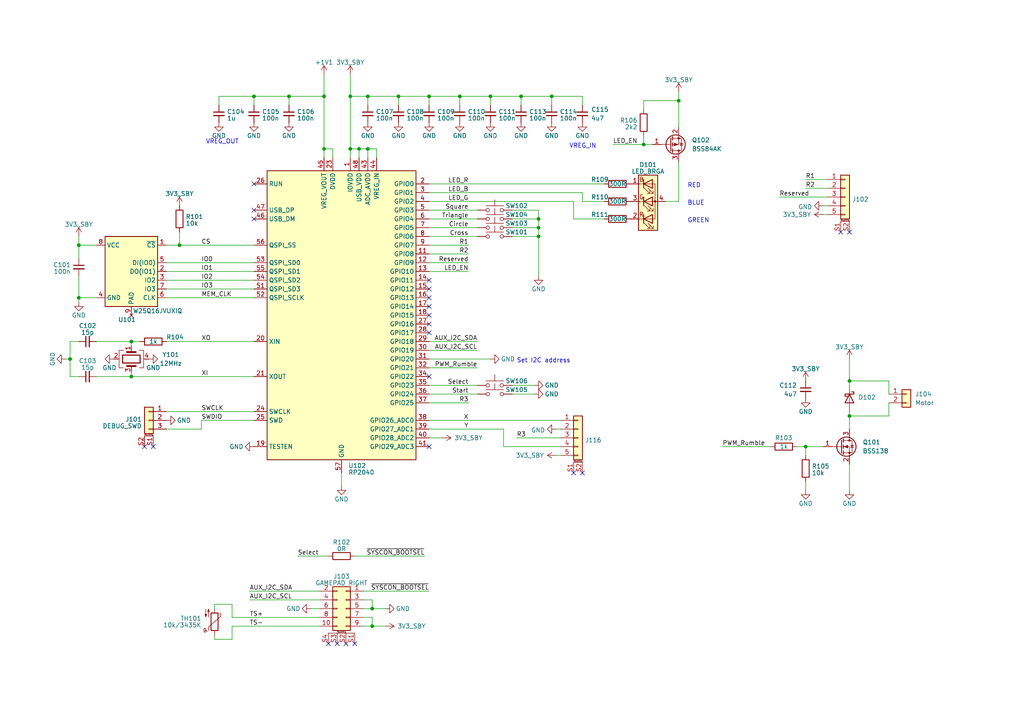
<source format=kicad_sch>
(kicad_sch (version 20230121) (generator eeschema)
  (paper "A4")
  (lib_symbols
    (symbol "Connector_Generic:Conn_01x02" (pin_names (offset 1.016) hide)
      (property "Reference" "J" (at 0 2.54 0))
      (property "Value" "Conn_01x02" (at 0 -5.08 0))
      (symbol "Conn_01x02_1_1"
        (pin passive line (at -5.08 0 0) (length 3.81) (name "Pin_1") (number "1"))
        (pin passive line (at -5.08 -2.54 0) (length 3.81) (name "Pin_2") (number "2"))
      )
    )
    (symbol "Device:LED_BRGA" (pin_names (offset 0) hide)
      (property "Reference" "D" (at 0 9.398 0))
      (property "Value" "LED_BRGA" (at 0 -8.89 0))
      (symbol "LED_BRGA_0_0"
        (text "B" (at -1.905 -6.35 0) (effects (font (size 1.27 1.27))))
        (text "G" (at -1.905 -1.27 0) (effects (font (size 1.27 1.27))))
        (text "R" (at -1.905 3.81 0) (effects (font (size 1.27 1.27))))
      )
      (symbol "LED_BRGA_1_1"
        (pin passive line (at -5.08 -5.08 0) (length 2.54) (name "BK") (number "1"))
        (pin passive line (at -5.08 5.08 0) (length 2.54) (name "RK") (number "2"))
        (pin passive line (at -5.08 0 0) (length 2.54) (name "GK") (number "3"))
        (pin passive line (at 5.08 0 180) (length 2.54) (name "A") (number "4"))
      )
    )
    (symbol "Device:Thermistor_NTC" (pin_numbers hide) (pin_names (offset 0))
      (property "Reference" "TH" (at -4.445 0 90))
      (property "Value" "Thermistor_NTC" (at 3.175 0 90))
      (symbol "Thermistor_NTC_1_1"
        (pin passive line (at 0 3.81 270) (length 1.27) (name "~") (number "1"))
        (pin passive line (at 0 -3.81 90) (length 1.27) (name "~") (number "2"))
      )
    )
    (symbol "PS2:3V5_SBY" (power) (pin_names (offset 0))
      (property "Value" "3V3_SBY" (at 0 3.556 0))
      (symbol "3V5_SBY_1_1"
        (pin power_in line (at 0 0 90) (length 0) hide (name "3V3_SBY") (number "1"))
      )
    )
    (symbol "PS2:BSS138-TP" (pin_names hide)
      (property "Reference" "Q" (at 5.08 1.905 0))
      (property "Value" "BSS138" (at 5.08 0 0))
      (symbol "BSS138-TP_1_1"
        (pin input line (at -5.08 0 0) (length 2.54) (name "G") (number "1"))
        (pin passive line (at 2.54 -5.08 90) (length 2.54) (name "S") (number "2"))
        (pin passive line (at 2.54 5.08 270) (length 2.54) (name "D") (number "3"))
      )
    )
    (symbol "PS2:BSS84AK" (pin_names hide)
      (property "Reference" "Q" (at 5.08 1.905 0))
      (property "Value" "BSS84AK" (at 5.08 0 0))
      (symbol "BSS84AK_1_1"
        (pin input line (at -5.08 0 0) (length 2.54) (name "G") (number "1"))
        (pin passive line (at 2.54 -5.08 90) (length 2.54) (name "S") (number "2"))
        (pin passive line (at 2.54 5.08 270) (length 2.54) (name "D") (number "3"))
      )
    )
    (symbol "PS2:Crystal_GND24" (pin_names (offset 1.016) hide)
      (property "Reference" "Y" (at 3.175 5.08 0))
      (property "Value" "Crystal_GND24" (at 3.175 3.175 0))
      (symbol "Crystal_GND24_1_1"
        (pin passive line (at -3.81 0 0) (length 1.27) (name "1") (number "1"))
        (pin passive line (at 0 5.08 270) (length 1.27) (name "2") (number "2"))
        (pin passive line (at 3.81 0 180) (length 1.27) (name "3") (number "3"))
        (pin passive line (at 0 -5.08 90) (length 1.27) (name "4") (number "4"))
      )
    )
    (symbol "PS2:DF40C-10DP-0.4V" (pin_names (offset 1.016) hide)
      (property "Reference" "J" (at 1.27 7.62 0))
      (property "Value" "DF40C-10DP" (at 6.35 -7.62 0))
      (symbol "DF40C-10DP-0.4V_1_1"
        (text "Mounting" (at 1.27 -6.731 0) (effects (font (size 0.381 0.381))))
        (pin passive line (at -5.08 5.08 0) (length 3.81) (name "Pin_1") (number "1"))
        (pin passive line (at 7.62 -5.08 180) (length 3.81) (name "Pin_10") (number "10"))
        (pin passive line (at 7.62 5.08 180) (length 3.81) (name "Pin_2") (number "2"))
        (pin passive line (at -5.08 2.54 0) (length 3.81) (name "Pin_3") (number "3"))
        (pin passive line (at 7.62 2.54 180) (length 3.81) (name "Pin_4") (number "4"))
        (pin passive line (at -5.08 0 0) (length 3.81) (name "Pin_5") (number "5"))
        (pin passive line (at 7.62 0 180) (length 3.81) (name "Pin_6") (number "6"))
        (pin passive line (at -5.08 -2.54 0) (length 3.81) (name "Pin_7") (number "7"))
        (pin passive line (at 7.62 -2.54 180) (length 3.81) (name "Pin_8") (number "8"))
        (pin passive line (at -5.08 -5.08 0) (length 3.81) (name "Pin_9") (number "9"))
        (pin passive line (at -2.54 -10.16 90) (length 3.048) (name "MountPin") (number "S1"))
        (pin passive line (at 0 -10.16 90) (length 3.048) (name "MountPin") (number "S2"))
        (pin passive line (at 2.54 -10.16 90) (length 3.048) (name "MountPin") (number "S3"))
        (pin passive line (at 5.08 -10.16 90) (length 3.048) (name "MountPin") (number "S4"))
      )
    )
    (symbol "PS2:Molex_5034800540_FFC_5Pin" (pin_names (offset 1.016) hide)
      (property "Reference" "J" (at 0 7.62 0))
      (property "Value" "Molex_5034800540_FFC_5Pin" (at 1.905 0 0))
      (symbol "Molex_5034800540_FFC_5Pin_1_1"
        (text "Mounting" (at 0 -6.731 0) (effects (font (size 0.381 0.381))))
        (pin passive line (at -5.08 5.08 0) (length 3.81) (name "Pin_1") (number "1"))
        (pin passive line (at -5.08 2.54 0) (length 3.81) (name "Pin_2") (number "2"))
        (pin passive line (at -5.08 0 0) (length 3.81) (name "Pin_3") (number "3"))
        (pin passive line (at -5.08 -2.54 0) (length 3.81) (name "Pin_4") (number "4"))
        (pin passive line (at -5.08 -5.08 0) (length 3.81) (name "Pin_5") (number "5"))
        (pin passive line (at -1.27 -10.16 90) (length 3.048) (name "MountPin") (number "S1"))
        (pin passive line (at 1.27 -10.16 90) (length 3.048) (name "MountPin") (number "S2"))
      )
    )
    (symbol "PS2:NSR0240P2" (pin_numbers hide) (pin_names (offset 1.016) hide)
      (property "Reference" "D" (at 0 2.54 0))
      (symbol "NSR0240P2_1_1"
        (pin passive line (at -3.81 0 0) (length 2.54) (name "K") (number "1"))
        (pin passive line (at 3.81 0 180) (length 2.54) (name "A") (number "2"))
      )
    )
    (symbol "PS2:RP2040"
      (property "Reference" "U" (at 17.78 45.72 0))
      (property "Value" "RP2040" (at 17.78 43.18 0))
      (property "Part Number" "RP2040" (at 0 0 0))
      (symbol "RP2040_1_1"
        (pin power_in line (at 2.54 45.72 270) (length 3.81) (name "IOVDD") (number "1"))
        (pin passive line (at 2.54 45.72 270) (length 3.81) hide (name "IOVDD") (number "10"))
        (pin bidirectional line (at 25.4 17.78 180) (length 3.81) (name "GPIO8") (number "11"))
        (pin bidirectional line (at 25.4 15.24 180) (length 3.81) (name "GPIO9") (number "12"))
        (pin bidirectional line (at 25.4 12.7 180) (length 3.81) (name "GPIO10") (number "13"))
        (pin bidirectional line (at 25.4 10.16 180) (length 3.81) (name "GPIO11") (number "14"))
        (pin bidirectional line (at 25.4 7.62 180) (length 3.81) (name "GPIO12") (number "15"))
        (pin bidirectional line (at 25.4 5.08 180) (length 3.81) (name "GPIO13") (number "16"))
        (pin bidirectional line (at 25.4 2.54 180) (length 3.81) (name "GPIO14") (number "17"))
        (pin bidirectional line (at 25.4 0 180) (length 3.81) (name "GPIO15") (number "18"))
        (pin input line (at -25.4 -38.1 0) (length 3.81) (name "TESTEN") (number "19"))
        (pin bidirectional line (at 25.4 38.1 180) (length 3.81) (name "GPIO0") (number "2"))
        (pin input line (at -25.4 -7.62 0) (length 3.81) (name "XIN") (number "20"))
        (pin passive line (at -25.4 -17.78 0) (length 3.81) (name "XOUT") (number "21"))
        (pin passive line (at 2.54 45.72 270) (length 3.81) hide (name "IOVDD") (number "22"))
        (pin power_in line (at -2.54 45.72 270) (length 3.81) (name "DVDD") (number "23"))
        (pin output line (at -25.4 -27.94 0) (length 3.81) (name "SWCLK") (number "24"))
        (pin bidirectional line (at -25.4 -30.48 0) (length 3.81) (name "SWD") (number "25"))
        (pin input line (at -25.4 38.1 0) (length 3.81) (name "RUN") (number "26"))
        (pin bidirectional line (at 25.4 -2.54 180) (length 3.81) (name "GPIO16") (number "27"))
        (pin bidirectional line (at 25.4 -5.08 180) (length 3.81) (name "GPIO17") (number "28"))
        (pin bidirectional line (at 25.4 -7.62 180) (length 3.81) (name "GPIO18") (number "29"))
        (pin bidirectional line (at 25.4 35.56 180) (length 3.81) (name "GPIO1") (number "3"))
        (pin bidirectional line (at 25.4 -10.16 180) (length 3.81) (name "GPIO19") (number "30"))
        (pin bidirectional line (at 25.4 -12.7 180) (length 3.81) (name "GPIO20") (number "31"))
        (pin bidirectional line (at 25.4 -15.24 180) (length 3.81) (name "GPIO21") (number "32"))
        (pin passive line (at 2.54 45.72 270) (length 3.81) hide (name "IOVDD") (number "33"))
        (pin bidirectional line (at 25.4 -17.78 180) (length 3.81) (name "GPIO22") (number "34"))
        (pin bidirectional line (at 25.4 -20.32 180) (length 3.81) (name "GPIO23") (number "35"))
        (pin bidirectional line (at 25.4 -22.86 180) (length 3.81) (name "GPIO24") (number "36"))
        (pin bidirectional line (at 25.4 -25.4 180) (length 3.81) (name "GPIO25") (number "37"))
        (pin bidirectional line (at 25.4 -30.48 180) (length 3.81) (name "GPIO26_ADC0") (number "38"))
        (pin bidirectional line (at 25.4 -33.02 180) (length 3.81) (name "GPIO27_ADC1") (number "39"))
        (pin bidirectional line (at 25.4 33.02 180) (length 3.81) (name "GPIO2") (number "4"))
        (pin bidirectional line (at 25.4 -35.56 180) (length 3.81) (name "GPIO28_ADC2") (number "40"))
        (pin bidirectional line (at 25.4 -38.1 180) (length 3.81) (name "GPIO29_ADC3") (number "41"))
        (pin passive line (at 2.54 45.72 270) (length 3.81) hide (name "IOVDD") (number "42"))
        (pin power_in line (at 7.62 45.72 270) (length 3.81) (name "ADC_AVDD") (number "43"))
        (pin power_in line (at 10.16 45.72 270) (length 3.81) (name "VREG_IN") (number "44"))
        (pin power_out line (at -5.08 45.72 270) (length 3.81) (name "VREG_VOUT") (number "45"))
        (pin bidirectional line (at -25.4 27.94 0) (length 3.81) (name "USB_DM") (number "46"))
        (pin bidirectional line (at -25.4 30.48 0) (length 3.81) (name "USB_DP") (number "47"))
        (pin power_in line (at 5.08 45.72 270) (length 3.81) (name "USB_VDD") (number "48"))
        (pin passive line (at 2.54 45.72 270) (length 3.81) hide (name "IOVDD") (number "49"))
        (pin bidirectional line (at 25.4 30.48 180) (length 3.81) (name "GPIO3") (number "5"))
        (pin passive line (at -2.54 45.72 270) (length 3.81) hide (name "DVDD") (number "50"))
        (pin bidirectional line (at -25.4 7.62 0) (length 3.81) (name "QSPI_SD3") (number "51"))
        (pin output line (at -25.4 5.08 0) (length 3.81) (name "QSPI_SCLK") (number "52"))
        (pin bidirectional line (at -25.4 15.24 0) (length 3.81) (name "QSPI_SD0") (number "53"))
        (pin bidirectional line (at -25.4 10.16 0) (length 3.81) (name "QSPI_SD2") (number "54"))
        (pin bidirectional line (at -25.4 12.7 0) (length 3.81) (name "QSPI_SD1") (number "55"))
        (pin bidirectional line (at -25.4 20.32 0) (length 3.81) (name "QSPI_SS") (number "56"))
        (pin power_in line (at 0 -45.72 90) (length 3.81) (name "GND") (number "57"))
        (pin bidirectional line (at 25.4 27.94 180) (length 3.81) (name "GPIO4") (number "6"))
        (pin bidirectional line (at 25.4 25.4 180) (length 3.81) (name "GPIO5") (number "7"))
        (pin bidirectional line (at 25.4 22.86 180) (length 3.81) (name "GPIO6") (number "8"))
        (pin bidirectional line (at 25.4 20.32 180) (length 3.81) (name "GPIO7") (number "9"))
      )
    )
    (symbol "PS2:RP2040_Debug_Conn_3Pin_Vertical" (pin_names (offset 1.016) hide)
      (property "Reference" "J" (at 0 5.08 0))
      (symbol "RP2040_Debug_Conn_3Pin_Vertical_1_1"
        (text "Mounting" (at 0 -4.191 0) (effects (font (size 0.381 0.381))))
        (pin passive line (at -5.08 2.54 0) (length 3.81) (name "Pin_1") (number "1"))
        (pin passive line (at -5.08 0 0) (length 3.81) (name "Pin_2") (number "2"))
        (pin passive line (at -5.08 -2.54 0) (length 3.81) (name "Pin_3") (number "3"))
        (pin passive line (at -1.27 -7.62 90) (length 3.048) (name "MountPin") (number "S1"))
        (pin passive line (at 1.27 -7.62 90) (length 3.048) (name "MountPin") (number "S2"))
      )
    )
    (symbol "PS2:W25Q16JVUXIQ"
      (property "Reference" "U" (at -6.35 11.43 0))
      (property "Value" "W25Q16JVUXIQ" (at 7.62 11.43 0))
      (symbol "W25Q16JVUXIQ_1_1"
        (pin input line (at -10.16 7.62 0) (length 2.54) (name "~{CS}") (number "1"))
        (pin bidirectional line (at -10.16 0 0) (length 2.54) (name "DO(IO1)") (number "2"))
        (pin bidirectional line (at -10.16 -2.54 0) (length 2.54) (name "IO2") (number "3"))
        (pin power_in line (at 10.16 -7.62 180) (length 2.54) (name "GND") (number "4"))
        (pin bidirectional line (at -10.16 2.54 0) (length 2.54) (name "DI(IO0)") (number "5"))
        (pin input line (at -10.16 -7.62 0) (length 2.54) (name "CLK") (number "6"))
        (pin bidirectional line (at -10.16 -5.08 0) (length 2.54) (name "IO3") (number "7"))
        (pin power_in line (at 10.16 7.62 180) (length 2.54) (name "VCC") (number "8"))
        (pin no_connect line (at 0 -12.7 90) (length 2.54) (name "PAD") (number "9"))
      )
    )
    (symbol "PS2_Capacitors:C_100n_0402" (pin_numbers hide) (pin_names (offset 0.254) hide)
      (property "Reference" "C" (at 0.254 1.778 0))
      (property "Value" "100n" (at 0.254 -2.032 0))
      (symbol "C_100n_0402_1_1"
        (pin passive line (at 0 2.54 270) (length 2.032) (name "~") (number "1"))
        (pin passive line (at 0 -2.54 90) (length 2.032) (name "~") (number "2"))
      )
    )
    (symbol "PS2_Capacitors:C_15p_0402" (pin_numbers hide) (pin_names (offset 0.254) hide)
      (property "Reference" "C" (at 0.254 1.778 0))
      (property "Value" "15p" (at 0.254 -2.032 0))
      (symbol "C_15p_0402_1_1"
        (pin passive line (at 0 2.54 270) (length 2.032) (name "~") (number "1"))
        (pin passive line (at 0 -2.54 90) (length 2.032) (name "~") (number "2"))
      )
    )
    (symbol "PS2_Capacitors:C_1u_0603" (pin_numbers hide) (pin_names (offset 0.254) hide)
      (property "Reference" "C" (at 0.254 1.778 0))
      (property "Value" "1u" (at 0.254 -2.032 0))
      (symbol "C_1u_0603_1_1"
        (pin passive line (at 0 2.54 270) (length 2.032) (name "~") (number "1"))
        (pin passive line (at 0 -2.54 90) (length 2.032) (name "~") (number "2"))
      )
    )
    (symbol "PS2_Capacitors:C_4u7_0805" (pin_numbers hide) (pin_names (offset 0.254) hide)
      (property "Reference" "C" (at 0.254 1.778 0))
      (property "Value" "4u7" (at 0.254 -2.032 0))
      (symbol "C_4u7_0805_1_1"
        (pin passive line (at 0 2.54 270) (length 2.032) (name "~") (number "1"))
        (pin passive line (at 0 -2.54 90) (length 2.032) (name "~") (number "2"))
      )
    )
    (symbol "PS2_Resistors:R_0R_0402" (pin_numbers hide) (pin_names (offset 0))
      (property "Reference" "R" (at 2.032 0 90))
      (property "Value" "0R" (at 0 0 90))
      (symbol "R_0R_0402_1_1"
        (pin passive line (at 0 3.81 270) (length 1.27) (name "~") (number "1"))
        (pin passive line (at 0 -3.81 90) (length 1.27) (name "~") (number "2"))
      )
    )
    (symbol "PS2_Resistors:R_10k_0402" (pin_numbers hide) (pin_names (offset 0))
      (property "Reference" "R" (at 2.032 0 90))
      (property "Value" "10k" (at 0 0 90))
      (symbol "R_10k_0402_1_1"
        (pin passive line (at 0 3.81 270) (length 1.27) (name "~") (number "1"))
        (pin passive line (at 0 -3.81 90) (length 1.27) (name "~") (number "2"))
      )
    )
    (symbol "PS2_Resistors:R_1k_0402" (pin_numbers hide) (pin_names (offset 0))
      (property "Reference" "R" (at 2.032 0 90))
      (property "Value" "1k" (at 0 0 90))
      (symbol "R_1k_0402_1_1"
        (pin passive line (at 0 3.81 270) (length 1.27) (name "~") (number "1"))
        (pin passive line (at 0 -3.81 90) (length 1.27) (name "~") (number "2"))
      )
    )
    (symbol "PS2_Resistors:R_2k2_0402" (pin_numbers hide) (pin_names (offset 0))
      (property "Reference" "R" (at 2.032 0 90))
      (property "Value" "2k2" (at 0 0 90))
      (symbol "R_2k2_0402_1_1"
        (pin passive line (at 0 3.81 270) (length 1.27) (name "~") (number "1"))
        (pin passive line (at 0 -3.81 90) (length 1.27) (name "~") (number "2"))
      )
    )
    (symbol "PS2_Resistors:R_300R_0402" (pin_numbers hide) (pin_names (offset 0))
      (property "Reference" "R" (at 2.032 0 90))
      (property "Value" "300R" (at 0 0 90))
      (symbol "R_300R_0402_1_1"
        (pin passive line (at 0 3.81 270) (length 1.27) (name "~") (number "1"))
        (pin passive line (at 0 -3.81 90) (length 1.27) (name "~") (number "2"))
      )
    )
    (symbol "Switch:SW_Push" (pin_numbers hide) (pin_names (offset 1.016) hide)
      (property "Reference" "SW" (at 1.27 2.54 0))
      (property "Value" "SW_Push" (at 0 -1.524 0))
      (symbol "SW_Push_0_1"
        (pin passive line (at -5.08 0 0) (length 2.54) (name "1") (number "1"))
        (pin passive line (at 5.08 0 180) (length 2.54) (name "2") (number "2"))
      )
    )
    (symbol "power:+1V1" (power) (pin_names (offset 0))
      (property "Value" "+1V1" (at 0 3.556 0))
      (symbol "+1V1_1_1"
        (pin power_in line (at 0 0 90) (length 0) hide (name "+1V1") (number "1"))
      )
    )
    (symbol "power:GND" (power) (pin_names (offset 0))
      (property "Value" "GND" (at 0 -3.81 0))
      (symbol "GND_1_1"
        (pin power_in line (at 0 0 270) (length 0) hide (name "GND") (number "1"))
      )
    )
  )
  (junction (at 101.6 27.94))
  (junction (at 107.95 176.53))
  (junction (at 38.1 109.22))
  (junction (at 83.82 27.94))
  (junction (at 196.85 29.21))
  (junction (at 20.32 104.14))
  (junction (at 106.68 27.94))
  (junction (at 156.21 68.58))
  (junction (at 133.35 27.94))
  (junction (at 186.69 41.91))
  (junction (at 124.46 27.94))
  (junction (at 73.66 27.94))
  (junction (at 246.38 120.65))
  (junction (at 52.07 71.12))
  (junction (at 107.95 181.61))
  (junction (at 101.6 43.18))
  (junction (at 246.38 110.49))
  (junction (at 106.68 43.18))
  (junction (at 22.86 71.12))
  (junction (at 156.21 66.04))
  (junction (at 93.98 27.94))
  (junction (at 233.68 129.54))
  (junction (at 151.13 27.94))
  (junction (at 104.14 43.18))
  (junction (at 22.86 86.36))
  (junction (at 160.02 27.94))
  (junction (at 115.57 27.94))
  (junction (at 93.98 43.18))
  (junction (at 156.21 63.5))
  (junction (at 38.1 99.06))
  (junction (at 142.24 27.94))
  (no_connect (at 100.33 186.69))
  (no_connect (at 41.91 129.54))
  (no_connect (at 246.38 67.31))
  (no_connect (at 243.84 67.31))
  (no_connect (at 102.87 186.69))
  (no_connect (at 124.46 88.9))
  (no_connect (at 95.25 186.69))
  (no_connect (at 124.46 96.52))
  (no_connect (at 168.91 137.16))
  (no_connect (at 73.66 63.5))
  (no_connect (at 124.46 81.28))
  (no_connect (at 124.46 129.54))
  (no_connect (at 124.46 109.22))
  (no_connect (at 124.46 91.44))
  (no_connect (at 97.79 186.69))
  (no_connect (at 73.66 60.96))
  (no_connect (at 166.37 137.16))
  (no_connect (at 44.45 129.54))
  (no_connect (at 124.46 86.36))
  (no_connect (at 124.46 93.98))
  (no_connect (at 73.66 53.34))
  (no_connect (at 124.46 83.82))
  (wire (pts (xy 106.68 27.94) (xy 106.68 30.48)))
  (wire (pts (xy 142.24 27.94) (xy 142.24 30.48)))
  (wire (pts (xy 124.46 116.84) (xy 135.89 116.84)))
  (wire (pts (xy 148.59 66.04) (xy 156.21 66.04)))
  (wire (pts (xy 133.35 27.94) (xy 124.46 27.94)))
  (wire (pts (xy 196.85 29.21) (xy 196.85 36.83)))
  (wire (pts (xy 124.46 101.6) (xy 138.43 101.6)))
  (wire (pts (xy 124.46 73.66) (xy 135.89 73.66)))
  (wire (pts (xy 101.6 21.59) (xy 101.6 27.94)))
  (wire (pts (xy 149.86 127) (xy 162.56 127)))
  (wire (pts (xy 38.1 109.22) (xy 38.1 107.95)))
  (wire (pts (xy 146.05 124.46) (xy 146.05 129.54)))
  (wire (pts (xy 62.23 185.42) (xy 67.31 185.42)))
  (wire (pts (xy 48.26 83.82) (xy 73.66 83.82)))
  (wire (pts (xy 106.68 27.94) (xy 101.6 27.94)))
  (wire (pts (xy 148.59 60.96) (xy 156.21 60.96)))
  (wire (pts (xy 124.46 27.94) (xy 124.46 30.48)))
  (wire (pts (xy 148.59 63.5) (xy 156.21 63.5)))
  (wire (pts (xy 90.17 176.53) (xy 92.71 176.53)))
  (wire (pts (xy 160.02 27.94) (xy 151.13 27.94)))
  (wire (pts (xy 186.69 31.75) (xy 186.69 29.21)))
  (wire (pts (xy 124.46 55.88) (xy 168.91 55.88)))
  (wire (pts (xy 246.38 110.49) (xy 246.38 111.76)))
  (wire (pts (xy 196.85 46.99) (xy 196.85 58.42)))
  (wire (pts (xy 151.13 27.94) (xy 142.24 27.94)))
  (wire (pts (xy 257.81 116.84) (xy 257.81 120.65)))
  (wire (pts (xy 233.68 54.61) (xy 240.03 54.61)))
  (wire (pts (xy 48.26 76.2) (xy 73.66 76.2)))
  (wire (pts (xy 246.38 120.65) (xy 246.38 119.38)))
  (wire (pts (xy 107.95 176.53) (xy 111.76 176.53)))
  (wire (pts (xy 48.26 86.36) (xy 73.66 86.36)))
  (wire (pts (xy 73.66 109.22) (xy 38.1 109.22)))
  (wire (pts (xy 48.26 71.12) (xy 52.07 71.12)))
  (wire (pts (xy 156.21 60.96) (xy 156.21 63.5)))
  (wire (pts (xy 38.1 99.06) (xy 40.64 99.06)))
  (wire (pts (xy 27.94 109.22) (xy 38.1 109.22)))
  (wire (pts (xy 115.57 27.94) (xy 115.57 30.48)))
  (wire (pts (xy 107.95 173.99) (xy 105.41 173.99)))
  (wire (pts (xy 246.38 134.62) (xy 246.38 142.24)))
  (wire (pts (xy 257.81 114.3) (xy 257.81 110.49)))
  (wire (pts (xy 63.5 27.94) (xy 73.66 27.94)))
  (wire (pts (xy 233.68 139.7) (xy 233.68 142.24)))
  (wire (pts (xy 168.91 58.42) (xy 168.91 55.88)))
  (wire (pts (xy 105.41 171.45) (xy 124.46 171.45)))
  (wire (pts (xy 22.86 86.36) (xy 22.86 87.63)))
  (wire (pts (xy 151.13 27.94) (xy 151.13 30.48)))
  (wire (pts (xy 168.91 30.48) (xy 168.91 27.94)))
  (wire (pts (xy 106.68 43.18) (xy 104.14 43.18)))
  (wire (pts (xy 22.86 71.12) (xy 22.86 74.93)))
  (wire (pts (xy 62.23 175.26) (xy 67.31 175.26)))
  (wire (pts (xy 233.68 129.54) (xy 238.76 129.54)))
  (wire (pts (xy 124.46 121.92) (xy 162.56 121.92)))
  (wire (pts (xy 233.68 52.07) (xy 240.03 52.07)))
  (wire (pts (xy 166.37 63.5) (xy 166.37 58.42)))
  (wire (pts (xy 133.35 27.94) (xy 133.35 30.48)))
  (wire (pts (xy 156.21 66.04) (xy 156.21 68.58)))
  (wire (pts (xy 104.14 43.18) (xy 104.14 45.72)))
  (wire (pts (xy 146.05 129.54) (xy 162.56 129.54)))
  (wire (pts (xy 105.41 181.61) (xy 107.95 181.61)))
  (wire (pts (xy 22.86 71.12) (xy 27.94 71.12)))
  (wire (pts (xy 52.07 71.12) (xy 73.66 71.12)))
  (wire (pts (xy 142.24 27.94) (xy 133.35 27.94)))
  (wire (pts (xy 22.86 86.36) (xy 27.94 86.36)))
  (wire (pts (xy 186.69 29.21) (xy 196.85 29.21)))
  (wire (pts (xy 196.85 26.67) (xy 196.85 29.21)))
  (wire (pts (xy 156.21 68.58) (xy 156.21 80.01)))
  (wire (pts (xy 161.29 132.08) (xy 162.56 132.08)))
  (wire (pts (xy 93.98 27.94) (xy 93.98 43.18)))
  (wire (pts (xy 168.91 58.42) (xy 175.26 58.42)))
  (wire (pts (xy 196.85 58.42) (xy 193.04 58.42)))
  (wire (pts (xy 124.46 78.74) (xy 135.89 78.74)))
  (wire (pts (xy 22.86 80.01) (xy 22.86 86.36)))
  (wire (pts (xy 20.32 99.06) (xy 22.86 99.06)))
  (wire (pts (xy 67.31 181.61) (xy 92.71 181.61)))
  (wire (pts (xy 124.46 76.2) (xy 135.89 76.2)))
  (wire (pts (xy 124.46 71.12) (xy 135.89 71.12)))
  (wire (pts (xy 233.68 132.08) (xy 233.68 129.54)))
  (wire (pts (xy 246.38 110.49) (xy 257.81 110.49)))
  (wire (pts (xy 161.29 124.46) (xy 162.56 124.46)))
  (wire (pts (xy 48.26 78.74) (xy 73.66 78.74)))
  (wire (pts (xy 124.46 27.94) (xy 115.57 27.94)))
  (wire (pts (xy 73.66 27.94) (xy 83.82 27.94)))
  (wire (pts (xy 124.46 58.42) (xy 166.37 58.42)))
  (wire (pts (xy 72.39 173.99) (xy 92.71 173.99)))
  (wire (pts (xy 124.46 106.68) (xy 138.43 106.68)))
  (wire (pts (xy 106.68 43.18) (xy 106.68 45.72)))
  (wire (pts (xy 20.32 104.14) (xy 20.32 99.06)))
  (wire (pts (xy 107.95 179.07) (xy 107.95 181.61)))
  (wire (pts (xy 48.26 99.06) (xy 73.66 99.06)))
  (wire (pts (xy 67.31 185.42) (xy 67.31 181.61)))
  (wire (pts (xy 107.95 181.61) (xy 111.76 181.61)))
  (wire (pts (xy 124.46 124.46) (xy 146.05 124.46)))
  (wire (pts (xy 93.98 21.59) (xy 93.98 27.94)))
  (wire (pts (xy 62.23 184.15) (xy 62.23 185.42)))
  (wire (pts (xy 52.07 67.31) (xy 52.07 71.12)))
  (wire (pts (xy 105.41 176.53) (xy 107.95 176.53)))
  (wire (pts (xy 105.41 179.07) (xy 107.95 179.07)))
  (wire (pts (xy 93.98 43.18) (xy 96.52 43.18)))
  (wire (pts (xy 67.31 179.07) (xy 92.71 179.07)))
  (wire (pts (xy 93.98 45.72) (xy 93.98 43.18)))
  (wire (pts (xy 124.46 111.76) (xy 138.43 111.76)))
  (wire (pts (xy 148.59 68.58) (xy 156.21 68.58)))
  (wire (pts (xy 148.59 111.76) (xy 154.94 111.76)))
  (wire (pts (xy 83.82 27.94) (xy 93.98 27.94)))
  (wire (pts (xy 22.86 109.22) (xy 20.32 109.22)))
  (wire (pts (xy 102.87 161.29) (xy 123.19 161.29)))
  (wire (pts (xy 186.69 41.91) (xy 189.23 41.91)))
  (wire (pts (xy 109.22 45.72) (xy 109.22 43.18)))
  (wire (pts (xy 83.82 27.94) (xy 83.82 30.48)))
  (wire (pts (xy 124.46 114.3) (xy 138.43 114.3)))
  (wire (pts (xy 124.46 63.5) (xy 138.43 63.5)))
  (wire (pts (xy 99.06 137.16) (xy 99.06 140.97)))
  (wire (pts (xy 48.26 124.46) (xy 58.42 124.46)))
  (wire (pts (xy 166.37 63.5) (xy 175.26 63.5)))
  (wire (pts (xy 246.38 120.65) (xy 246.38 124.46)))
  (wire (pts (xy 67.31 175.26) (xy 67.31 179.07)))
  (wire (pts (xy 72.39 171.45) (xy 92.71 171.45)))
  (wire (pts (xy 124.46 66.04) (xy 138.43 66.04)))
  (wire (pts (xy 168.91 27.94) (xy 160.02 27.94)))
  (wire (pts (xy 63.5 30.48) (xy 63.5 27.94)))
  (wire (pts (xy 22.86 68.58) (xy 22.86 71.12)))
  (wire (pts (xy 73.66 27.94) (xy 73.66 30.48)))
  (wire (pts (xy 58.42 121.92) (xy 73.66 121.92)))
  (wire (pts (xy 148.59 114.3) (xy 154.94 114.3)))
  (wire (pts (xy 124.46 99.06) (xy 138.43 99.06)))
  (wire (pts (xy 101.6 43.18) (xy 101.6 45.72)))
  (wire (pts (xy 209.55 129.54) (xy 223.52 129.54)))
  (wire (pts (xy 124.46 127) (xy 128.27 127)))
  (wire (pts (xy 124.46 68.58) (xy 138.43 68.58)))
  (wire (pts (xy 38.1 100.33) (xy 38.1 99.06)))
  (wire (pts (xy 160.02 27.94) (xy 160.02 30.48)))
  (wire (pts (xy 246.38 104.14) (xy 246.38 110.49)))
  (wire (pts (xy 115.57 27.94) (xy 106.68 27.94)))
  (wire (pts (xy 238.76 62.23) (xy 240.03 62.23)))
  (wire (pts (xy 48.26 119.38) (xy 73.66 119.38)))
  (wire (pts (xy 124.46 53.34) (xy 175.26 53.34)))
  (wire (pts (xy 124.46 104.14) (xy 142.24 104.14)))
  (wire (pts (xy 62.23 176.53) (xy 62.23 175.26)))
  (wire (pts (xy 226.06 57.15) (xy 240.03 57.15)))
  (wire (pts (xy 246.38 120.65) (xy 257.81 120.65)))
  (wire (pts (xy 27.94 99.06) (xy 38.1 99.06)))
  (wire (pts (xy 96.52 43.18) (xy 96.52 45.72)))
  (wire (pts (xy 58.42 124.46) (xy 58.42 121.92)))
  (wire (pts (xy 104.14 43.18) (xy 101.6 43.18)))
  (wire (pts (xy 186.69 39.37) (xy 186.69 41.91)))
  (wire (pts (xy 238.76 59.69) (xy 240.03 59.69)))
  (wire (pts (xy 101.6 27.94) (xy 101.6 43.18)))
  (wire (pts (xy 177.8 41.91) (xy 186.69 41.91)))
  (wire (pts (xy 20.32 109.22) (xy 20.32 104.14)))
  (wire (pts (xy 109.22 43.18) (xy 106.68 43.18)))
  (wire (pts (xy 156.21 63.5) (xy 156.21 66.04)))
  (wire (pts (xy 19.05 104.14) (xy 20.32 104.14)))
  (wire (pts (xy 124.46 60.96) (xy 138.43 60.96)))
  (wire (pts (xy 86.36 161.29) (xy 95.25 161.29)))
  (wire (pts (xy 107.95 173.99) (xy 107.95 176.53)))
  (wire (pts (xy 231.14 129.54) (xy 233.68 129.54)))
  (wire (pts (xy 48.26 81.28) (xy 73.66 81.28)))
  (text "VREG_OUT" (at 59.69 41.91 0) (effects (font (size 1.27 1.27)) (justify left bottom)))
  (text "RED" (at 199.39 54.61 0) (effects (font (size 1.27 1.27)) (justify left bottom)))
  (text "GREEN" (at 199.39 64.77 0) (effects (font (size 1.27 1.27)) (justify left bottom)))
  (text "VREG_IN" (at 165.1 43.18 0) (effects (font (size 1.27 1.27)) (justify left bottom)))
  (text "BLUE" (at 199.39 59.69 0) (effects (font (size 1.27 1.27)) (justify left bottom)))
  (text "Set I2C address" (at 149.86 105.41 0) (effects (font (size 1.27 1.27)) (justify left bottom)))
  (label "Y" (at 135.89 124.46 180))
  (label "AUX_I2C_SCL" (at 138.43 101.6 180))
  (label "PWM_Rumble" (at 138.43 106.68 180))
  (label "X" (at 135.89 121.92 180))
  (label "AUX_I2C_SCL" (at 72.39 173.99 0))
  (label "TS-" (at 72.39 181.61 0))
  (label "IO3" (at 58.42 83.82 0))
  (label "R1" (at 135.89 71.12 180))
  (label "CS" (at 58.42 71.12 0))
  (label "R2" (at 233.68 54.61 0))
  (label "R3" (at 135.89 116.84 180))
  (label "Select" (at 86.36 161.29 0))
  (label "R2" (at 135.89 73.66 180))
  (label "IO0" (at 58.42 76.2 0))
  (label "LED_B" (at 135.89 55.88 180))
  (label "R3" (at 149.86 127 0))
  (label "LED_EN" (at 135.89 78.74 180))
  (label "SWDIO" (at 58.42 121.92 0))
  (label "SWCLK" (at 58.42 119.38 0))
  (label "IO1" (at 58.42 78.74 0))
  (label "PWM_Rumble" (at 209.55 129.54 0))
  (label "LED_EN" (at 177.8 41.91 0))
  (label "TS+" (at 72.39 179.07 0))
  (label "Start" (at 135.89 114.3 180))
  (label "LED_G" (at 135.89 58.42 180))
  (label "Select" (at 135.89 111.76 180))
  (label "Square" (at 135.89 60.96 180))
  (label "Cross" (at 135.89 68.58 180))
  (label "Circle" (at 135.89 66.04 180))
  (label "Triangle" (at 135.89 63.5 180))
  (label "~{SYSCON_BOOTSEL}" (at 123.19 161.29 180))
  (label "AUX_I2C_SDA" (at 72.39 171.45 0))
  (label "MEM_CLK" (at 58.42 86.36 0))
  (label "Reserved" (at 135.89 76.2 180))
  (label "IO2" (at 58.42 81.28 0))
  (label "XO" (at 58.42 99.06 0))
  (label "XI" (at 58.42 109.22 0))
  (label "AUX_I2C_SDA" (at 138.43 99.06 180))
  (label "LED_R" (at 135.89 53.34 180))
  (label "~{SYSCON_BOOTSEL}" (at 124.46 171.45 180))
  (label "Reserved" (at 226.06 57.15 0))
  (label "R1" (at 233.68 52.07 0))
  (symbol (lib_id "power:GND") (at 168.91 35.56 0) (unit 1)
    (property "Reference" "#PWR0122" (effects hide))
    (property "Value" "GND" (at 168.91 39.37 0))
  )
  (symbol (lib_id "power:GND") (at 233.68 115.57 0) (unit 1)
    (property "Reference" "#PWR0130" (effects hide))
    (property "Value" "GND" (at 233.68 119.38 0))
  )
  (symbol (lib_id "PS2:3V5_SBY") (at 128.27 127 270) (unit 1)
    (property "Reference" "#PWR0120" (effects hide))
    (property "Value" "3V3_SBY" (at 135.89 127 90))
  )
  (symbol (lib_id "power:GND") (at 83.82 35.56 0) (unit 1)
    (property "Reference" "#PWR0109" (effects hide))
    (property "Value" "GND" (at 83.82 39.37 0))
  )
  (symbol (lib_id "PS2_Resistors:R_0R_0402") (at 99.06 161.29 90) (unit 1)
    (property "Reference" "R102" (at 99.06 157.2641 90))
    (property "Value" "0R" (at 99.06 159.1851 90))
    (property "Footprint" "PS2:R_0402_1005Metric" (effects hide))
    (property "Part Number" "RC0402JR-130RL" (effects hide))
  )
  (symbol (lib_id "Device:LED_BRGA") (at 187.96 58.42 0) (mirror x) (unit 1)
    (property "Reference" "D101" (at 187.96 47.7901 0))
    (property "Value" "LED_BRGA" (at 187.96 49.7111 0))
    (property "Footprint" "PS2:EAST1616RGBB2_EVE" (effects hide))
    (property "Part Number" "EAST1616RGBB2" (effects hide))
  )
  (symbol (lib_id "PS2_Capacitors:C_1u_0603") (at 63.5 33.02 0) (unit 1)
    (property "Reference" "C104" (at 65.8241 32.3826 0) (effects (justify left)))
    (property "Value" "1u" (at 65.8241 34.3036 0) (effects (justify left)))
    (property "Footprint" "PS2:C_0603_1608Metric" (effects hide))
    (property "Datasheet" "https://www.mouser.at/datasheet/2/447/UPY_GPHC_X7R_6_3V_to_250V_23-3084653.pdf" (effects hide))
    (property "Part Number" "CC0603KRX7R7BB105" (effects hide))
  )
  (symbol (lib_id "power:+1V1") (at 93.98 21.59 0) (unit 1)
    (property "Reference" "#PWR0110" (effects hide))
    (property "Value" "+1V1" (at 93.98 18.0881 0))
  )
  (symbol (lib_id "power:GND") (at 115.57 35.56 0) (unit 1)
    (property "Reference" "#PWR0114" (effects hide))
    (property "Value" "GND" (at 115.57 39.37 0))
  )
  (symbol (lib_id "PS2_Capacitors:C_4u7_0805") (at 233.68 113.03 0) (unit 1)
    (property "Reference" "C112" (at 231.14 111.7663 0) (effects (justify right)))
    (property "Value" "4u7" (at 231.14 114.3063 0) (effects (justify right)))
    (property "Footprint" "PS2:C_0805_2012Metric" (effects hide))
    (property "Datasheet" "https://mm.digikey.com/Volume0/opasdata/d220001/medias/docus/41/CL21A475KAQNNNE_Spec.pdf" (effects hide))
    (property "Part Number" "CL21A475KAQNNNE" (effects hide))
  )
  (symbol (lib_id "power:GND") (at 142.24 35.56 0) (unit 1)
    (property "Reference" "#PWR0117" (effects hide))
    (property "Value" "GND" (at 142.24 39.37 0))
  )
  (symbol (lib_id "PS2_Resistors:R_300R_0402") (at 179.07 58.42 90) (unit 1)
    (property "Reference" "R110" (at 173.99 57.15 90))
    (property "Value" "300R" (at 179.07 58.42 90))
    (property "Footprint" "PS2:R_0402_1005Metric" (effects hide))
    (property "Part Number" "RC0402JR-07300RL" (effects hide))
  )
  (symbol (lib_id "power:GND") (at 124.46 35.56 0) (unit 1)
    (property "Reference" "#PWR0115" (effects hide))
    (property "Value" "GND" (at 124.46 39.37 0))
  )
  (symbol (lib_id "PS2_Resistors:R_300R_0402") (at 179.07 53.34 90) (unit 1)
    (property "Reference" "R109" (at 173.99 52.07 90))
    (property "Value" "300R" (at 179.07 53.34 90))
    (property "Footprint" "PS2:R_0402_1005Metric" (effects hide))
    (property "Part Number" "RC0402JR-07300RL" (effects hide))
  )
  (symbol (lib_id "PS2:3V5_SBY") (at 101.6 21.59 0) (unit 1)
    (property "Reference" "#PWR0112" (effects hide))
    (property "Value" "3V3_SBY" (at 101.6 18.0881 0))
  )
  (symbol (lib_id "PS2:NSR0240P2") (at 246.38 115.57 270) (unit 1)
    (property "Reference" "D102" (at 248.92 115.2525 90) (effects (justify left)))
    (property "Value" "D_Schottky" (effects hide))
    (property "Footprint" "PS2:SOD-923_0P6X0P85_ONS" (effects hide))
    (property "Part Number" "NSR0240P2T5G" (effects hide))
  )
  (symbol (lib_id "power:GND") (at 142.24 104.14 90) (unit 1)
    (property "Reference" "#PWR0163" (effects hide))
    (property "Value" "GND" (at 147.32 104.14 90))
  )
  (symbol (lib_id "power:GND") (at 48.26 121.92 90) (unit 1)
    (property "Reference" "#PWR0123" (effects hide))
    (property "Value" "GND" (at 53.34 121.92 90))
  )
  (symbol (lib_id "power:GND") (at 99.06 140.97 0) (unit 1)
    (property "Reference" "#PWR0111" (effects hide))
    (property "Value" "GND" (at 99.06 144.78 0))
  )
  (symbol (lib_id "PS2:BSS138-TP") (at 243.84 129.54 0) (unit 1)
    (property "Reference" "Q101" (at 250.19 128.27 0) (effects (justify left)))
    (property "Value" "BSS138" (at 250.19 130.81 0) (effects (justify left)))
    (property "Footprint" "PS2:SOT-23" (effects hide))
    (property "Datasheet" "https://www.mccsemi.com/pdf/Products/BSS138(SOT-23).pdf" (effects hide))
    (property "Part Number" "BSS138-TP" (effects hide))
  )
  (symbol (lib_id "power:GND") (at 154.94 111.76 90) (unit 1)
    (property "Reference" "#PWR0166" (effects hide))
    (property "Value" "GND" (at 160.02 111.76 90))
  )
  (symbol (lib_id "PS2_Capacitors:C_100n_0402") (at 160.02 33.02 0) (unit 1)
    (property "Reference" "C114" (at 162.3441 32.3826 0) (effects (justify left)))
    (property "Value" "100n" (at 162.3441 34.3036 0) (effects (justify left)))
    (property "Footprint" "PS2:C_0402_1005Metric" (effects hide))
    (property "Datasheet" "https://www.mouser.at/datasheet/2/447/UPY_NP0X5R_01005_4V_to_25V_V10-3003057.pdf" (effects hide))
    (property "Part Number" "CC0402KRX7R7BB104" (effects hide))
  )
  (symbol (lib_id "power:GND") (at 19.05 104.14 270) (mirror x) (unit 1)
    (property "Reference" "#PWR0101" (effects hide))
    (property "Value" "GND" (at 15.24 104.14 0))
  )
  (symbol (lib_id "PS2:3V5_SBY") (at 196.85 26.67 0) (unit 1)
    (property "Reference" "#PWR0137" (effects hide))
    (property "Value" "3V3_SBY" (at 196.85 23.1681 0))
  )
  (symbol (lib_id "PS2_Capacitors:C_100n_0402") (at 83.82 33.02 0) (unit 1)
    (property "Reference" "C106" (at 86.1441 32.3826 0) (effects (justify left)))
    (property "Value" "100n" (at 86.1441 34.3036 0) (effects (justify left)))
    (property "Footprint" "PS2:C_0402_1005Metric" (effects hide))
    (property "Datasheet" "https://www.mouser.at/datasheet/2/447/UPY_NP0X5R_01005_4V_to_25V_V10-3003057.pdf" (effects hide))
    (property "Part Number" "CC0402KRX7R7BB104" (effects hide))
  )
  (symbol (lib_id "power:GND") (at 238.76 59.69 270) (unit 1)
    (property "Reference" "#PWR0131" (effects hide))
    (property "Value" "GND" (at 235.5851 60.0068 90) (effects (justify right)))
  )
  (symbol (lib_id "PS2_Resistors:R_1k_0402") (at 227.33 129.54 90) (mirror x) (unit 1)
    (property "Reference" "R103" (at 229.87 127 90) (effects (justify left)))
    (property "Value" "1k" (at 228.6 129.54 90) (effects (justify left)))
    (property "Footprint" "PS2:R_0402_1005Metric" (effects hide))
    (property "Part Number" "RC0402FR-071KL" (effects hide))
  )
  (symbol (lib_id "PS2_Resistors:R_300R_0402") (at 179.07 63.5 90) (unit 1)
    (property "Reference" "R111" (at 173.99 62.23 90))
    (property "Value" "300R" (at 179.07 63.5 90))
    (property "Footprint" "PS2:R_0402_1005Metric" (effects hide))
    (property "Part Number" "RC0402JR-07300RL" (effects hide))
  )
  (symbol (lib_id "PS2:3V5_SBY") (at 52.07 59.69 0) (unit 1)
    (property "Reference" "#PWR0138" (effects hide))
    (property "Value" "3V3_SBY" (at 52.07 56.1881 0))
  )
  (symbol (lib_id "power:GND") (at 73.66 35.56 0) (unit 1)
    (property "Reference" "#PWR0107" (effects hide))
    (property "Value" "GND" (at 73.66 39.37 0))
  )
  (symbol (lib_id "PS2:3V5_SBY") (at 161.29 132.08 90) (unit 1)
    (property "Reference" "#PWR0118" (effects hide))
    (property "Value" "3V3_SBY" (at 153.67 132.08 90))
  )
  (symbol (lib_id "power:GND") (at 133.35 35.56 0) (unit 1)
    (property "Reference" "#PWR0116" (effects hide))
    (property "Value" "GND" (at 133.35 39.37 0))
  )
  (symbol (lib_id "PS2:3V5_SBY") (at 111.76 181.61 270) (mirror x) (unit 1)
    (property "Reference" "#PWR0132" (effects hide))
    (property "Value" "3V3_SBY" (at 119.38 181.61 90))
  )
  (symbol (lib_id "PS2:3V5_SBY") (at 233.68 110.49 0) (unit 1)
    (property "Reference" "#PWR0128" (effects hide))
    (property "Value" "3V3_SBY" (at 233.68 106.9881 0))
  )
  (symbol (lib_id "PS2_Capacitors:C_100n_0402") (at 73.66 33.02 0) (unit 1)
    (property "Reference" "C105" (at 75.9841 32.3826 0) (effects (justify left)))
    (property "Value" "100n" (at 75.9841 34.3036 0) (effects (justify left)))
    (property "Footprint" "PS2:C_0402_1005Metric" (effects hide))
    (property "Datasheet" "https://www.mouser.at/datasheet/2/447/UPY_NP0X5R_01005_4V_to_25V_V10-3003057.pdf" (effects hide))
    (property "Part Number" "CC0402KRX7R7BB104" (effects hide))
  )
  (symbol (lib_id "PS2_Capacitors:C_4u7_0805") (at 168.91 33.02 0) (unit 1)
    (property "Reference" "C115" (at 171.45 31.7563 0) (effects (justify left)))
    (property "Value" "4u7" (at 171.45 34.2963 0) (effects (justify left)))
    (property "Footprint" "PS2:C_0805_2012Metric" (effects hide))
    (property "Datasheet" "https://mm.digikey.com/Volume0/opasdata/d220001/medias/docus/41/CL21A475KAQNNNE_Spec.pdf" (effects hide))
    (property "Part Number" "CL21A475KAQNNNE" (effects hide))
  )
  (symbol (lib_id "power:GND") (at 43.18 104.14 90) (unit 1)
    (property "Reference" "#PWR0105" (effects hide))
    (property "Value" "GND" (at 44.45 106.68 90))
  )
  (symbol (lib_id "PS2_Capacitors:C_100n_0402") (at 115.57 33.02 0) (unit 1)
    (property "Reference" "C108" (at 117.8941 32.3826 0) (effects (justify left)))
    (property "Value" "100n" (at 117.8941 34.3036 0) (effects (justify left)))
    (property "Footprint" "PS2:C_0402_1005Metric" (effects hide))
    (property "Datasheet" "https://www.mouser.at/datasheet/2/447/UPY_NP0X5R_01005_4V_to_25V_V10-3003057.pdf" (effects hide))
    (property "Part Number" "CC0402KRX7R7BB104" (effects hide))
  )
  (symbol (lib_id "PS2:Molex_5034800540_FFC_5Pin") (at 245.11 57.15 0) (unit 1)
    (property "Reference" "J102" (at 247.142 57.8224 0) (effects (justify left)))
    (property "Value" "Conn_01x05_MountingPin" (effects hide))
    (property "Footprint" "PS2:CON_5034800540_MOL" (effects hide))
    (property "Part Number" "5034800540" (effects hide))
  )
  (symbol (lib_id "PS2:Crystal_GND24") (at 38.1 104.14 90) (mirror x) (unit 1)
    (property "Reference" "Y101" (at 49.53 102.87 90))
    (property "Value" "12MHz" (at 49.53 105.41 90))
    (property "Footprint" "Crystal:Crystal_SMD_3225-4Pin_3.2x2.5mm" (effects hide))
    (property "Part Number" "FL1200112" (effects hide))
  )
  (symbol (lib_id "power:GND") (at 90.17 176.53 270) (mirror x) (unit 1)
    (property "Reference" "#PWR0127" (effects hide))
    (property "Value" "GND" (at 85.09 176.53 90))
  )
  (symbol (lib_id "PS2:3V5_SBY") (at 22.86 68.58 0) (unit 1)
    (property "Reference" "#PWR0102" (effects hide))
    (property "Value" "3V3_SBY" (at 22.86 65.0781 0))
  )
  (symbol (lib_id "PS2_Capacitors:C_100n_0402") (at 124.46 33.02 0) (unit 1)
    (property "Reference" "C109" (at 126.7841 32.3826 0) (effects (justify left)))
    (property "Value" "100n" (at 126.7841 34.3036 0) (effects (justify left)))
    (property "Footprint" "PS2:C_0402_1005Metric" (effects hide))
    (property "Datasheet" "https://www.mouser.at/datasheet/2/447/UPY_NP0X5R_01005_4V_to_25V_V10-3003057.pdf" (effects hide))
    (property "Part Number" "CC0402KRX7R7BB104" (effects hide))
  )
  (symbol (lib_id "PS2_Capacitors:C_100n_0402") (at 133.35 33.02 0) (unit 1)
    (property "Reference" "C110" (at 135.6741 32.3826 0) (effects (justify left)))
    (property "Value" "100n" (at 135.6741 34.3036 0) (effects (justify left)))
    (property "Footprint" "PS2:C_0402_1005Metric" (effects hide))
    (property "Datasheet" "https://www.mouser.at/datasheet/2/447/UPY_NP0X5R_01005_4V_to_25V_V10-3003057.pdf" (effects hide))
    (property "Part Number" "CC0402KRX7R7BB104" (effects hide))
  )
  (symbol (lib_id "PS2_Resistors:R_10k_0402") (at 52.07 63.5 0) (unit 1)
    (property "Reference" "R101" (at 53.848 62.8563 0) (effects (justify left)))
    (property "Value" "10k" (at 53.848 64.7773 0) (effects (justify left)))
    (property "Footprint" "PS2:R_0402_1005Metric" (effects hide))
    (property "Part Number" "RC0402JR-0710KL" (effects hide))
  )
  (symbol (lib_id "Switch:SW_Push") (at 143.51 114.3 0) (unit 1)
    (property "Reference" "SW105" (at 149.86 113.03 0))
    (property "Value" "SW" (effects hide))
    (property "Footprint" "PS2:SW_SPST_TL3342" (effects hide))
    (property "Part Number" "TL3342F160QG/TR" (effects hide))
  )
  (symbol (lib_id "Switch:SW_Push") (at 143.51 66.04 0) (unit 1)
    (property "Reference" "SW103" (at 149.86 64.77 0))
    (property "Value" "SW" (effects hide))
    (property "Footprint" "PS2:SW_TL3315NF100Q" (effects hide))
    (property "Part Number" "TL3315NF100Q" (effects hide))
  )
  (symbol (lib_id "PS2_Capacitors:C_100n_0402") (at 106.68 33.02 0) (unit 1)
    (property "Reference" "C107" (at 109.0041 32.3826 0) (effects (justify left)))
    (property "Value" "100n" (at 109.0041 34.3036 0) (effects (justify left)))
    (property "Footprint" "PS2:C_0402_1005Metric" (effects hide))
    (property "Datasheet" "https://www.mouser.at/datasheet/2/447/UPY_NP0X5R_01005_4V_to_25V_V10-3003057.pdf" (effects hide))
    (property "Part Number" "CC0402KRX7R7BB104" (effects hide))
  )
  (symbol (lib_id "Switch:SW_Push") (at 143.51 68.58 0) (unit 1)
    (property "Reference" "SW101" (at 149.86 67.31 0))
    (property "Value" "SW" (effects hide))
    (property "Footprint" "PS2:SW_TL3315NF100Q" (effects hide))
    (property "Part Number" "TL3315NF100Q" (effects hide))
  )
  (symbol (lib_id "PS2:BSS84AK") (at 194.31 41.91 0) (mirror x) (unit 1)
    (property "Reference" "Q102" (at 200.66 40.64 0) (effects (justify left)))
    (property "Value" "BSS84AK" (at 200.66 43.18 0) (effects (justify left)))
    (property "Footprint" "PS2:SOT-23" (effects hide))
    (property "Datasheet" "https://assets.nexperia.com/documents/data-sheet/BSS84AK.pdf" (effects hide))
    (property "Part Number" "BSS84AK,215" (effects hide))
  )
  (symbol (lib_id "PS2_Capacitors:C_100n_0402") (at 142.24 33.02 0) (unit 1)
    (property "Reference" "C111" (at 144.5641 32.3826 0) (effects (justify left)))
    (property "Value" "100n" (at 144.5641 34.3036 0) (effects (justify left)))
    (property "Footprint" "PS2:C_0402_1005Metric" (effects hide))
    (property "Datasheet" "https://www.mouser.at/datasheet/2/447/UPY_NP0X5R_01005_4V_to_25V_V10-3003057.pdf" (effects hide))
    (property "Part Number" "CC0402KRX7R7BB104" (effects hide))
  )
  (symbol (lib_id "power:GND") (at 156.21 80.01 0) (mirror y) (unit 1)
    (property "Reference" "#PWR0173" (effects hide))
    (property "Value" "GND" (at 156.21 83.82 0))
  )
  (symbol (lib_id "PS2:W25Q16JVUXIQ") (at 38.1 78.74 0) (mirror y) (unit 1)
    (property "Reference" "U101" (at 36.83 92.71 0))
    (property "Value" "W25Q16JVUXIQ" (at 45.72 90.17 0))
    (property "Footprint" "PS2:IC_W25Q16JVUXIQ_TR" (effects hide))
    (property "Datasheet" "https://www.winbond.com/resource-files/w25q16jv%20spi%20revh%2004082019%20plus.pdf" (effects hide))
    (property "Part Number" "W25Q16JVUXIQ TR" (effects hide))
  )
  (symbol (lib_id "PS2_Resistors:R_10k_0402") (at 233.68 135.89 0) (unit 1)
    (property "Reference" "R105" (at 235.458 135.2463 0) (effects (justify left)))
    (property "Value" "10k" (at 235.458 137.1673 0) (effects (justify left)))
    (property "Footprint" "PS2:R_0402_1005Metric" (effects hide))
    (property "Part Number" "RC0402JR-0710KL" (effects hide))
  )
  (symbol (lib_id "power:GND") (at 151.13 35.56 0) (unit 1)
    (property "Reference" "#PWR0119" (effects hide))
    (property "Value" "GND" (at 151.13 39.37 0))
  )
  (symbol (lib_id "Connector_Generic:Conn_01x02") (at 262.89 114.3 0) (unit 1) (in_bom no)
    (property "Reference" "J104" (at 265.43 114.3 0) (effects (justify left)))
    (property "Value" "Motor" (at 265.43 116.84 0) (effects (justify left)))
    (property "Footprint" "PS2:rumble_dual_solder_pad" (effects hide))
  )
  (symbol (lib_id "PS2_Capacitors:C_100n_0402") (at 22.86 77.47 0) (mirror y) (unit 1)
    (property "Reference" "C101" (at 20.5359 76.8326 0) (effects (justify left)))
    (property "Value" "100n" (at 20.5359 78.7536 0) (effects (justify left)))
    (property "Footprint" "PS2:C_0402_1005Metric" (effects hide))
    (property "Datasheet" "https://www.mouser.at/datasheet/2/447/UPY_NP0X5R_01005_4V_to_25V_V10-3003057.pdf" (effects hide))
    (property "Part Number" "CC0402KRX7R7BB104" (effects hide))
  )
  (symbol (lib_id "power:GND") (at 154.94 114.3 90) (unit 1)
    (property "Reference" "#PWR0139" (effects hide))
    (property "Value" "GND" (at 160.02 114.3 90))
  )
  (symbol (lib_id "PS2:RP2040_Debug_Conn_3Pin_Vertical") (at 43.18 121.92 0) (mirror y) (unit 1)
    (property "Reference" "J101" (at 41.148 121.6319 0) (effects (justify left)))
    (property "Value" "DEBUG_SWD" (at 41.148 123.5529 0) (effects (justify left)))
    (property "Footprint" "PS2:JST_BM03B-SRSS-TB_LF__SN_" (effects hide))
    (property "Part Number" "BM03B-SRSS-TB" (effects hide))
  )
  (symbol (lib_id "PS2:Molex_5034800540_FFC_5Pin") (at 167.64 127 0) (unit 1)
    (property "Reference" "J116" (at 169.672 127.6724 0) (effects (justify left)))
    (property "Value" "Conn_01x05_MountingPin" (effects hide))
    (property "Footprint" "PS2:CON_5034800540_MOL" (effects hide))
    (property "Part Number" "5034800540" (effects hide))
  )
  (symbol (lib_id "PS2_Capacitors:C_100n_0402") (at 151.13 33.02 0) (unit 1)
    (property "Reference" "C113" (at 153.4541 32.3826 0) (effects (justify left)))
    (property "Value" "100n" (at 153.4541 34.3036 0) (effects (justify left)))
    (property "Footprint" "PS2:C_0402_1005Metric" (effects hide))
    (property "Datasheet" "https://www.mouser.at/datasheet/2/447/UPY_NP0X5R_01005_4V_to_25V_V10-3003057.pdf" (effects hide))
    (property "Part Number" "CC0402KRX7R7BB104" (effects hide))
  )
  (symbol (lib_id "power:GND") (at 73.66 129.54 270) (unit 1)
    (property "Reference" "#PWR0108" (effects hide))
    (property "Value" "GND" (at 68.58 129.54 90))
  )
  (symbol (lib_id "PS2_Resistors:R_2k2_0402") (at 186.69 35.56 0) (mirror y) (unit 1)
    (property "Reference" "R106" (at 184.912 34.9163 0) (effects (justify left)))
    (property "Value" "2k2" (at 184.912 36.8373 0) (effects (justify left)))
    (property "Footprint" "PS2:R_0402_1005Metric" (effects hide))
    (property "Part Number" "RC0402FR-072K2L" (effects hide))
  )
  (symbol (lib_id "power:GND") (at 106.68 35.56 0) (unit 1)
    (property "Reference" "#PWR0113" (effects hide))
    (property "Value" "GND" (at 106.68 39.37 0))
  )
  (symbol (lib_id "Switch:SW_Push") (at 143.51 63.5 0) (unit 1)
    (property "Reference" "SW104" (at 149.86 62.23 0))
    (property "Value" "SW" (effects hide))
    (property "Footprint" "PS2:SW_TL3315NF100Q" (effects hide))
    (property "Part Number" "TL3315NF100Q" (effects hide))
  )
  (symbol (lib_id "PS2:RP2040") (at 99.06 91.44 0) (unit 1)
    (property "Reference" "U102" (at 101.0159 135.0725 0) (effects (justify left)))
    (property "Value" "RP2040" (at 101.0159 136.9935 0) (effects (justify left)))
    (property "Footprint" "Package_DFN_QFN:QFN-56-1EP_7x7mm_P0.4mm_EP3.2x3.2mm" (effects hide))
    (property "Datasheet" "https://datasheets.raspberrypi.com/rp2040/rp2040-datasheet.pdf" (effects hide))
    (property "Part Number" "RP2040" (effects hide))
  )
  (symbol (lib_id "power:GND") (at 63.5 35.56 0) (unit 1)
    (property "Reference" "#PWR0106" (effects hide))
    (property "Value" "GND" (at 63.5 39.37 0))
  )
  (symbol (lib_id "power:GND") (at 33.02 104.14 270) (unit 1)
    (property "Reference" "#PWR0104" (effects hide))
    (property "Value" "GND" (at 31.75 106.68 90))
  )
  (symbol (lib_id "PS2_Capacitors:C_15p_0402") (at 25.4 109.22 90) (unit 1)
    (property "Reference" "C103" (at 25.4063 104.648 90))
    (property "Value" "15p" (at 25.4063 106.569 90))
    (property "Footprint" "PS2:C_0402_1005Metric" (effects hide))
    (property "Datasheet" "https://www.mouser.at/datasheet/2/447/UPY_GP_NP0_16V_to_50V_18-1730511.pdf" (effects hide))
    (property "Part Number" "CC0402JRNPO9BN150" (effects hide))
  )
  (symbol (lib_id "PS2:3V5_SBY") (at 238.76 62.23 90) (unit 1)
    (property "Reference" "#PWR0133" (effects hide))
    (property "Value" "3V3_SBY" (at 231.14 62.23 90))
  )
  (symbol (lib_id "PS2:3V5_SBY") (at 246.38 104.14 0) (unit 1)
    (property "Reference" "#PWR0124" (effects hide))
    (property "Value" "3V3_SBY" (at 246.38 100.6381 0))
  )
  (symbol (lib_id "PS2_Resistors:R_1k_0402") (at 44.45 99.06 90) (mirror x) (unit 1)
    (property "Reference" "R104" (at 53.34 97.79 90) (effects (justify left)))
    (property "Value" "1k" (at 45.72 99.06 90) (effects (justify left)))
    (property "Footprint" "PS2:R_0402_1005Metric" (effects hide))
    (property "Part Number" "RC0402FR-071KL" (effects hide))
  )
  (symbol (lib_id "power:GND") (at 160.02 35.56 0) (unit 1)
    (property "Reference" "#PWR0121" (effects hide))
    (property "Value" "GND" (at 160.02 39.37 0))
  )
  (symbol (lib_id "PS2_Capacitors:C_15p_0402") (at 25.4 99.06 90) (unit 1)
    (property "Reference" "C102" (at 25.4063 94.488 90))
    (property "Value" "15p" (at 25.4063 96.409 90))
    (property "Footprint" "PS2:C_0402_1005Metric" (effects hide))
    (property "Datasheet" "https://www.mouser.at/datasheet/2/447/UPY_GP_NP0_16V_to_50V_18-1730511.pdf" (effects hide))
    (property "Part Number" "CC0402JRNPO9BN150" (effects hide))
  )
  (symbol (lib_id "Switch:SW_Push") (at 143.51 60.96 0) (unit 1)
    (property "Reference" "SW102" (at 149.86 59.69 0))
    (property "Value" "SW" (effects hide))
    (property "Footprint" "PS2:SW_TL3315NF100Q" (effects hide))
    (property "Part Number" "TL3315NF100Q" (effects hide))
  )
  (symbol (lib_id "power:GND") (at 161.29 124.46 270) (unit 1)
    (property "Reference" "#PWR0167" (effects hide))
    (property "Value" "GND" (at 158.1151 124.7768 90) (effects (justify right)))
  )
  (symbol (lib_id "power:GND") (at 246.38 142.24 0) (unit 1)
    (property "Reference" "#PWR0125" (effects hide))
    (property "Value" "GND" (at 246.38 146.05 0))
  )
  (symbol (lib_id "power:GND") (at 233.68 142.24 0) (unit 1)
    (property "Reference" "#PWR0126" (effects hide))
    (property "Value" "GND" (at 233.68 146.05 0))
  )
  (symbol (lib_id "Device:Thermistor_NTC") (at 62.23 180.34 0) (mirror x) (unit 1)
    (property "Reference" "TH101" (at 58.42 179.3788 0) (effects (justify right)))
    (property "Value" "10k/3435K" (at 58.42 181.2998 0) (effects (justify right)))
    (property "Footprint" "PS2:R_0402_1005Metric" (effects hide))
    (property "Part Number" "ERT-J0EG103FA" (effects hide))
  )
  (symbol (lib_id "PS2:DF40C-10DP-0.4V") (at 100.33 176.53 0) (mirror y) (unit 1)
    (property "Reference" "J103" (at 99.06 167.1701 0))
    (property "Value" "GAMEPAD RIGHT" (at 99.06 169.0911 0))
    (property "Footprint" "PS2:DF40C-10DP-0.4V51_HIR" (effects hide))
    (property "Datasheet" "https://www.hirose.com/en/product/document?clcode=&productname=&series=DF40&documenttype=Catalog&lang=en&documentid=en_DF40_CAT" (effects hide))
    (property "Part Number" "DF40C-10DS-0.4V(51)" (effects hide))
  )
  (symbol (lib_id "Switch:SW_Push") (at 143.51 111.76 0) (unit 1)
    (property "Reference" "SW106" (at 149.86 110.49 0))
    (property "Value" "SW" (effects hide))
    (property "Footprint" "PS2:SW_SPST_TL3342" (effects hide))
    (property "Part Number" "TL3342F160QG/TR" (effects hide))
  )
  (symbol (lib_id "power:GND") (at 111.76 176.53 90) (mirror x) (unit 1)
    (property "Reference" "#PWR0135" (effects hide))
    (property "Value" "GND" (at 116.84 176.53 90))
  )
  (symbol (lib_id "power:GND") (at 22.86 87.63 0) (mirror y) (unit 1)
    (property "Reference" "#PWR0103" (effects hide))
    (property "Value" "GND" (at 22.86 91.44 0))
  )
)
</source>
